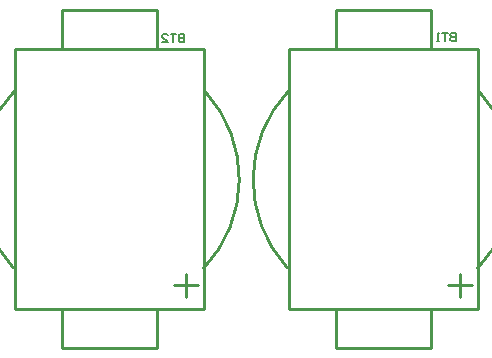
<source format=gbo>
G04 Layer_Color=32896*
%FSLAX25Y25*%
%MOIN*%
G70*
G01*
G75*
%ADD29C,0.01000*%
%ADD44C,0.00669*%
D29*
X132283Y104331D02*
G03*
X131741Y45257I31398J-29828D01*
G01*
X195177Y44975D02*
G03*
X195720Y104049I-31398J29828D01*
G01*
X40945Y104331D02*
G03*
X40402Y45257I31398J-29828D01*
G01*
X103839Y44975D02*
G03*
X104381Y104049I-31398J29828D01*
G01*
X179528Y118504D02*
Y131102D01*
X148031Y118110D02*
Y131102D01*
Y18504D02*
Y31496D01*
X179528Y18504D02*
Y31496D01*
X148031Y131102D02*
X179528D01*
X148031Y18504D02*
X179528D01*
X132283Y31496D02*
Y118110D01*
X195276Y31496D02*
Y118110D01*
X132283D02*
X195276D01*
X132283Y31496D02*
X195276D01*
X189370Y35433D02*
Y43307D01*
X185433Y39370D02*
X193307D01*
X88189Y118504D02*
Y131102D01*
X56693Y118110D02*
Y131102D01*
Y18504D02*
Y31496D01*
X88189Y18504D02*
Y31496D01*
X56693Y131102D02*
X88189D01*
X56693Y18504D02*
X88189D01*
X40945Y31496D02*
Y118110D01*
X103937Y31496D02*
Y118110D01*
X40945D02*
X103937D01*
X40945Y31496D02*
X103937D01*
X98032Y35433D02*
Y43307D01*
X94095Y39370D02*
X101969D01*
D44*
X97441Y123228D02*
Y120472D01*
X96063D01*
X95604Y120932D01*
Y121391D01*
X96063Y121850D01*
X97441D01*
X96063D01*
X95604Y122309D01*
Y122768D01*
X96063Y123228D01*
X97441D01*
X94686D02*
X92849D01*
X93768D01*
Y120472D01*
X90094D02*
X91931D01*
X90094Y122309D01*
Y122768D01*
X90553Y123228D01*
X91472D01*
X91931Y122768D01*
X187992Y123621D02*
Y120866D01*
X186615D01*
X186155Y121325D01*
Y121784D01*
X186615Y122244D01*
X187992D01*
X186615D01*
X186155Y122703D01*
Y123162D01*
X186615Y123621D01*
X187992D01*
X185237D02*
X183400D01*
X184319D01*
Y120866D01*
X182482D02*
X181564D01*
X182023D01*
Y123621D01*
X182482Y123162D01*
M02*

</source>
